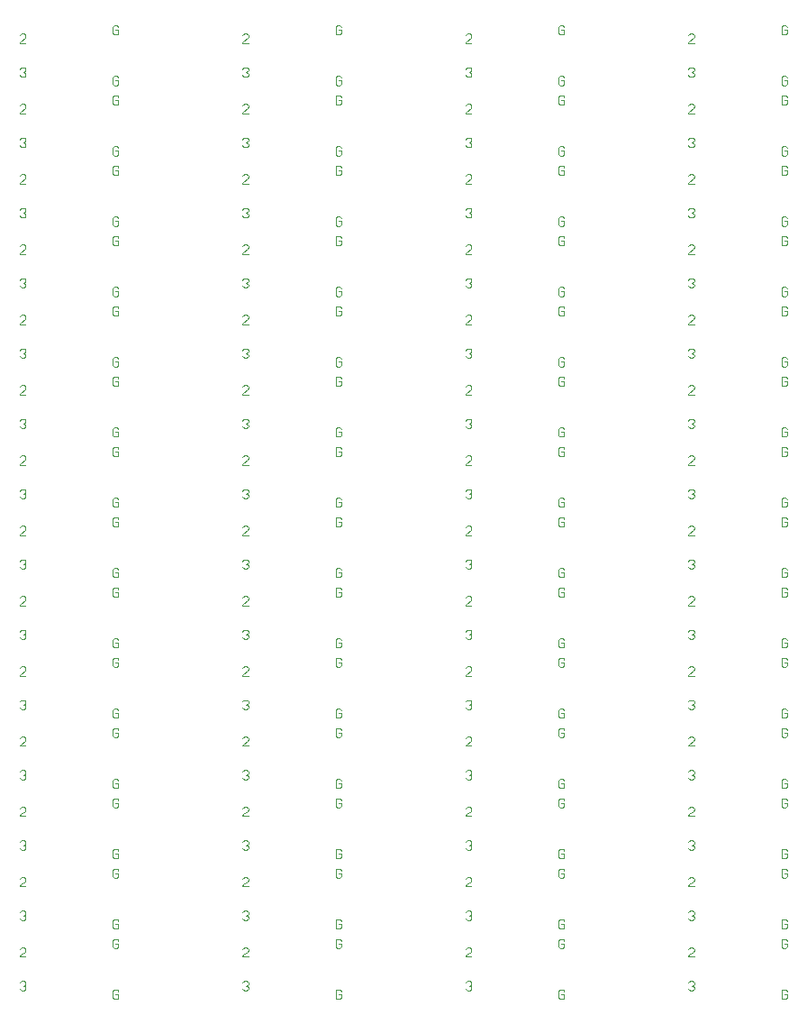
<source format=gbr>
%FSLAX34Y34*%
%MOMM*%
%LNSILK_TOP*%
G71*
G01*
%ADD10C, 0.111*%
%LPD*%
G54D10*
X61912Y948610D02*
X62579Y949721D01*
X63912Y950276D01*
X65246Y950276D01*
X66579Y949721D01*
X67246Y948610D01*
X67246Y947499D01*
X66579Y946388D01*
X65246Y945832D01*
X66579Y945276D01*
X67246Y944165D01*
X67246Y943054D01*
X66579Y941943D01*
X65246Y941388D01*
X63912Y941388D01*
X62579Y941943D01*
X61912Y943054D01*
G54D10*
X67246Y973138D02*
X61912Y973138D01*
X61912Y973693D01*
X62579Y974804D01*
X66579Y978138D01*
X67246Y979249D01*
X67246Y980360D01*
X66579Y981471D01*
X65246Y982026D01*
X63912Y982026D01*
X62579Y981471D01*
X61912Y980360D01*
G54D10*
X151892Y985519D02*
X154558Y985519D01*
X154558Y982742D01*
X153892Y981631D01*
X152558Y981075D01*
X151225Y981075D01*
X149892Y981631D01*
X149225Y982742D01*
X149225Y988297D01*
X149892Y989408D01*
X151225Y989964D01*
X152558Y989964D01*
X153892Y989408D01*
X154558Y988297D01*
G54D10*
X151892Y937894D02*
X154558Y937894D01*
X154558Y935117D01*
X153892Y934006D01*
X152558Y933450D01*
X151225Y933450D01*
X149892Y934006D01*
X149225Y935117D01*
X149225Y940672D01*
X149892Y941783D01*
X151225Y942339D01*
X152558Y942339D01*
X153892Y941783D01*
X154558Y940672D01*
G54D10*
X271462Y948610D02*
X272129Y949721D01*
X273462Y950276D01*
X274796Y950276D01*
X276129Y949721D01*
X276796Y948610D01*
X276796Y947499D01*
X276129Y946388D01*
X274796Y945832D01*
X276129Y945276D01*
X276796Y944165D01*
X276796Y943054D01*
X276129Y941943D01*
X274796Y941388D01*
X273462Y941388D01*
X272129Y941943D01*
X271462Y943054D01*
G54D10*
X276796Y973138D02*
X271462Y973138D01*
X271462Y973693D01*
X272129Y974804D01*
X276129Y978138D01*
X276796Y979249D01*
X276796Y980360D01*
X276129Y981471D01*
X274796Y982026D01*
X273462Y982026D01*
X272129Y981471D01*
X271462Y980360D01*
G54D10*
X361442Y985519D02*
X364108Y985519D01*
X364108Y982742D01*
X363442Y981631D01*
X362108Y981075D01*
X360775Y981075D01*
X359442Y981631D01*
X358775Y982742D01*
X358775Y988297D01*
X359442Y989408D01*
X360775Y989964D01*
X362108Y989964D01*
X363442Y989408D01*
X364108Y988297D01*
G54D10*
X361442Y937894D02*
X364108Y937894D01*
X364108Y935117D01*
X363442Y934006D01*
X362108Y933450D01*
X360775Y933450D01*
X359442Y934006D01*
X358775Y935117D01*
X358775Y940672D01*
X359442Y941783D01*
X360775Y942339D01*
X362108Y942339D01*
X363442Y941783D01*
X364108Y940672D01*
G54D10*
X481012Y948610D02*
X481679Y949721D01*
X483012Y950276D01*
X484346Y950276D01*
X485679Y949721D01*
X486346Y948610D01*
X486346Y947499D01*
X485679Y946388D01*
X484346Y945832D01*
X485679Y945276D01*
X486346Y944165D01*
X486346Y943054D01*
X485679Y941943D01*
X484346Y941388D01*
X483012Y941388D01*
X481679Y941943D01*
X481012Y943054D01*
G54D10*
X486346Y973138D02*
X481012Y973138D01*
X481012Y973693D01*
X481679Y974804D01*
X485679Y978138D01*
X486346Y979249D01*
X486346Y980360D01*
X485679Y981471D01*
X484346Y982026D01*
X483012Y982026D01*
X481679Y981471D01*
X481012Y980360D01*
G54D10*
X570992Y985519D02*
X573658Y985519D01*
X573658Y982742D01*
X572992Y981631D01*
X571658Y981075D01*
X570325Y981075D01*
X568992Y981631D01*
X568325Y982742D01*
X568325Y988297D01*
X568992Y989408D01*
X570325Y989964D01*
X571658Y989964D01*
X572992Y989408D01*
X573658Y988297D01*
G54D10*
X570992Y937894D02*
X573658Y937894D01*
X573658Y935117D01*
X572992Y934006D01*
X571658Y933450D01*
X570325Y933450D01*
X568992Y934006D01*
X568325Y935117D01*
X568325Y940672D01*
X568992Y941783D01*
X570325Y942339D01*
X571658Y942339D01*
X572992Y941783D01*
X573658Y940672D01*
G54D10*
X690562Y948610D02*
X691229Y949721D01*
X692562Y950276D01*
X693896Y950276D01*
X695229Y949721D01*
X695896Y948610D01*
X695896Y947499D01*
X695229Y946388D01*
X693896Y945832D01*
X695229Y945276D01*
X695896Y944165D01*
X695896Y943054D01*
X695229Y941943D01*
X693896Y941388D01*
X692562Y941388D01*
X691229Y941943D01*
X690562Y943054D01*
G54D10*
X695896Y973138D02*
X690562Y973138D01*
X690562Y973693D01*
X691229Y974804D01*
X695229Y978138D01*
X695896Y979249D01*
X695896Y980360D01*
X695229Y981471D01*
X693896Y982026D01*
X692562Y982026D01*
X691229Y981471D01*
X690562Y980360D01*
G54D10*
X780542Y985519D02*
X783208Y985519D01*
X783208Y982742D01*
X782542Y981631D01*
X781208Y981075D01*
X779875Y981075D01*
X778542Y981631D01*
X777875Y982742D01*
X777875Y988297D01*
X778542Y989408D01*
X779875Y989964D01*
X781208Y989964D01*
X782542Y989408D01*
X783208Y988297D01*
G54D10*
X780542Y937894D02*
X783208Y937894D01*
X783208Y935117D01*
X782542Y934006D01*
X781208Y933450D01*
X779875Y933450D01*
X778542Y934006D01*
X777875Y935117D01*
X777875Y940672D01*
X778542Y941783D01*
X779875Y942339D01*
X781208Y942339D01*
X782542Y941783D01*
X783208Y940672D01*
G54D10*
X61912Y882590D02*
X62579Y883701D01*
X63912Y884256D01*
X65246Y884256D01*
X66579Y883701D01*
X67246Y882590D01*
X67246Y881479D01*
X66579Y880367D01*
X65246Y879812D01*
X66579Y879256D01*
X67246Y878145D01*
X67246Y877034D01*
X66579Y875923D01*
X65246Y875367D01*
X63912Y875367D01*
X62579Y875923D01*
X61912Y877034D01*
G54D10*
X67246Y907117D02*
X61912Y907117D01*
X61912Y907673D01*
X62579Y908784D01*
X66579Y912117D01*
X67246Y913229D01*
X67246Y914340D01*
X66579Y915451D01*
X65246Y916006D01*
X63912Y916006D01*
X62579Y915451D01*
X61912Y914340D01*
G54D10*
X151892Y919499D02*
X154558Y919499D01*
X154558Y916722D01*
X153892Y915611D01*
X152558Y915055D01*
X151225Y915055D01*
X149892Y915611D01*
X149225Y916722D01*
X149225Y922277D01*
X149892Y923388D01*
X151225Y923944D01*
X152558Y923944D01*
X153892Y923388D01*
X154558Y922277D01*
G54D10*
X151892Y871874D02*
X154558Y871874D01*
X154558Y869097D01*
X153892Y867986D01*
X152558Y867430D01*
X151225Y867430D01*
X149892Y867986D01*
X149225Y869097D01*
X149225Y874652D01*
X149892Y875763D01*
X151225Y876319D01*
X152558Y876319D01*
X153892Y875763D01*
X154558Y874652D01*
G54D10*
X271462Y882590D02*
X272129Y883701D01*
X273462Y884256D01*
X274796Y884256D01*
X276129Y883701D01*
X276796Y882590D01*
X276796Y881479D01*
X276129Y880367D01*
X274796Y879812D01*
X276129Y879256D01*
X276796Y878145D01*
X276796Y877034D01*
X276129Y875923D01*
X274796Y875367D01*
X273462Y875367D01*
X272129Y875923D01*
X271462Y877034D01*
G54D10*
X276796Y907117D02*
X271462Y907117D01*
X271462Y907673D01*
X272129Y908784D01*
X276129Y912117D01*
X276796Y913229D01*
X276796Y914340D01*
X276129Y915451D01*
X274796Y916006D01*
X273462Y916006D01*
X272129Y915451D01*
X271462Y914340D01*
G54D10*
X361442Y919499D02*
X364108Y919499D01*
X364108Y916722D01*
X363442Y915611D01*
X362108Y915055D01*
X360775Y915055D01*
X359442Y915611D01*
X358775Y916722D01*
X358775Y922277D01*
X359442Y923388D01*
X360775Y923944D01*
X362108Y923944D01*
X363442Y923388D01*
X364108Y922277D01*
G54D10*
X361442Y871874D02*
X364108Y871874D01*
X364108Y869097D01*
X363442Y867986D01*
X362108Y867430D01*
X360775Y867430D01*
X359442Y867986D01*
X358775Y869097D01*
X358775Y874652D01*
X359442Y875763D01*
X360775Y876319D01*
X362108Y876319D01*
X363442Y875763D01*
X364108Y874652D01*
G54D10*
X481012Y882590D02*
X481679Y883701D01*
X483012Y884256D01*
X484346Y884256D01*
X485679Y883701D01*
X486346Y882590D01*
X486346Y881479D01*
X485679Y880367D01*
X484346Y879812D01*
X485679Y879256D01*
X486346Y878145D01*
X486346Y877034D01*
X485679Y875923D01*
X484346Y875367D01*
X483012Y875367D01*
X481679Y875923D01*
X481012Y877034D01*
G54D10*
X486346Y907117D02*
X481012Y907117D01*
X481012Y907673D01*
X481679Y908784D01*
X485679Y912117D01*
X486346Y913229D01*
X486346Y914340D01*
X485679Y915451D01*
X484346Y916006D01*
X483012Y916006D01*
X481679Y915451D01*
X481012Y914340D01*
G54D10*
X570992Y919499D02*
X573658Y919499D01*
X573658Y916722D01*
X572992Y915611D01*
X571658Y915055D01*
X570325Y915055D01*
X568992Y915611D01*
X568325Y916722D01*
X568325Y922277D01*
X568992Y923388D01*
X570325Y923944D01*
X571658Y923944D01*
X572992Y923388D01*
X573658Y922277D01*
G54D10*
X570992Y871874D02*
X573658Y871874D01*
X573658Y869097D01*
X572992Y867986D01*
X571658Y867430D01*
X570325Y867430D01*
X568992Y867986D01*
X568325Y869097D01*
X568325Y874652D01*
X568992Y875763D01*
X570325Y876319D01*
X571658Y876319D01*
X572992Y875763D01*
X573658Y874652D01*
G54D10*
X690562Y882590D02*
X691229Y883701D01*
X692562Y884256D01*
X693896Y884256D01*
X695229Y883701D01*
X695896Y882590D01*
X695896Y881479D01*
X695229Y880367D01*
X693896Y879812D01*
X695229Y879256D01*
X695896Y878145D01*
X695896Y877034D01*
X695229Y875923D01*
X693896Y875367D01*
X692562Y875367D01*
X691229Y875923D01*
X690562Y877034D01*
G54D10*
X695896Y907117D02*
X690562Y907117D01*
X690562Y907673D01*
X691229Y908784D01*
X695229Y912117D01*
X695896Y913229D01*
X695896Y914340D01*
X695229Y915451D01*
X693896Y916006D01*
X692562Y916006D01*
X691229Y915451D01*
X690562Y914340D01*
G54D10*
X780542Y919499D02*
X783208Y919499D01*
X783208Y916722D01*
X782542Y915611D01*
X781208Y915055D01*
X779875Y915055D01*
X778542Y915611D01*
X777875Y916722D01*
X777875Y922277D01*
X778542Y923388D01*
X779875Y923944D01*
X781208Y923944D01*
X782542Y923388D01*
X783208Y922277D01*
G54D10*
X780542Y871874D02*
X783208Y871874D01*
X783208Y869097D01*
X782542Y867986D01*
X781208Y867430D01*
X779875Y867430D01*
X778542Y867986D01*
X777875Y869097D01*
X777875Y874652D01*
X778542Y875763D01*
X779875Y876319D01*
X781208Y876319D01*
X782542Y875763D01*
X783208Y874652D01*
G54D10*
X61912Y816570D02*
X62579Y817681D01*
X63912Y818236D01*
X65246Y818236D01*
X66579Y817681D01*
X67246Y816570D01*
X67246Y815459D01*
X66579Y814347D01*
X65246Y813792D01*
X66579Y813236D01*
X67246Y812125D01*
X67246Y811014D01*
X66579Y809903D01*
X65246Y809347D01*
X63912Y809347D01*
X62579Y809903D01*
X61912Y811014D01*
G54D10*
X67246Y841097D02*
X61912Y841097D01*
X61912Y841653D01*
X62579Y842764D01*
X66579Y846097D01*
X67246Y847209D01*
X67246Y848320D01*
X66579Y849431D01*
X65246Y849986D01*
X63912Y849986D01*
X62579Y849431D01*
X61912Y848320D01*
G54D10*
X151892Y853479D02*
X154558Y853479D01*
X154558Y850702D01*
X153892Y849591D01*
X152558Y849035D01*
X151225Y849035D01*
X149892Y849591D01*
X149225Y850702D01*
X149225Y856257D01*
X149892Y857368D01*
X151225Y857924D01*
X152558Y857924D01*
X153892Y857368D01*
X154558Y856257D01*
G54D10*
X151892Y805854D02*
X154558Y805854D01*
X154558Y803077D01*
X153892Y801966D01*
X152558Y801410D01*
X151225Y801410D01*
X149892Y801966D01*
X149225Y803077D01*
X149225Y808632D01*
X149892Y809743D01*
X151225Y810299D01*
X152558Y810299D01*
X153892Y809743D01*
X154558Y808632D01*
G54D10*
X271462Y816570D02*
X272129Y817681D01*
X273462Y818236D01*
X274796Y818236D01*
X276129Y817681D01*
X276796Y816570D01*
X276796Y815459D01*
X276129Y814347D01*
X274796Y813792D01*
X276129Y813236D01*
X276796Y812125D01*
X276796Y811014D01*
X276129Y809903D01*
X274796Y809347D01*
X273462Y809347D01*
X272129Y809903D01*
X271462Y811014D01*
G54D10*
X276796Y841097D02*
X271462Y841097D01*
X271462Y841653D01*
X272129Y842764D01*
X276129Y846097D01*
X276796Y847209D01*
X276796Y848320D01*
X276129Y849431D01*
X274796Y849986D01*
X273462Y849986D01*
X272129Y849431D01*
X271462Y848320D01*
G54D10*
X361442Y853479D02*
X364108Y853479D01*
X364108Y850702D01*
X363442Y849591D01*
X362108Y849035D01*
X360775Y849035D01*
X359442Y849591D01*
X358775Y850702D01*
X358775Y856257D01*
X359442Y857368D01*
X360775Y857924D01*
X362108Y857924D01*
X363442Y857368D01*
X364108Y856257D01*
G54D10*
X361442Y805854D02*
X364108Y805854D01*
X364108Y803077D01*
X363442Y801966D01*
X362108Y801410D01*
X360775Y801410D01*
X359442Y801966D01*
X358775Y803077D01*
X358775Y808632D01*
X359442Y809743D01*
X360775Y810299D01*
X362108Y810299D01*
X363442Y809743D01*
X364108Y808632D01*
G54D10*
X481012Y816570D02*
X481679Y817681D01*
X483012Y818236D01*
X484346Y818236D01*
X485679Y817681D01*
X486346Y816570D01*
X486346Y815459D01*
X485679Y814347D01*
X484346Y813792D01*
X485679Y813236D01*
X486346Y812125D01*
X486346Y811014D01*
X485679Y809903D01*
X484346Y809347D01*
X483012Y809347D01*
X481679Y809903D01*
X481012Y811014D01*
G54D10*
X486346Y841097D02*
X481012Y841097D01*
X481012Y841653D01*
X481679Y842764D01*
X485679Y846097D01*
X486346Y847209D01*
X486346Y848320D01*
X485679Y849431D01*
X484346Y849986D01*
X483012Y849986D01*
X481679Y849431D01*
X481012Y848320D01*
G54D10*
X570992Y853479D02*
X573658Y853479D01*
X573658Y850702D01*
X572992Y849591D01*
X571658Y849035D01*
X570325Y849035D01*
X568992Y849591D01*
X568325Y850702D01*
X568325Y856257D01*
X568992Y857368D01*
X570325Y857924D01*
X571658Y857924D01*
X572992Y857368D01*
X573658Y856257D01*
G54D10*
X570992Y805854D02*
X573658Y805854D01*
X573658Y803077D01*
X572992Y801966D01*
X571658Y801410D01*
X570325Y801410D01*
X568992Y801966D01*
X568325Y803077D01*
X568325Y808632D01*
X568992Y809743D01*
X570325Y810299D01*
X571658Y810299D01*
X572992Y809743D01*
X573658Y808632D01*
G54D10*
X690562Y816570D02*
X691229Y817681D01*
X692562Y818236D01*
X693896Y818236D01*
X695229Y817681D01*
X695896Y816570D01*
X695896Y815459D01*
X695229Y814347D01*
X693896Y813792D01*
X695229Y813236D01*
X695896Y812125D01*
X695896Y811014D01*
X695229Y809903D01*
X693896Y809347D01*
X692562Y809347D01*
X691229Y809903D01*
X690562Y811014D01*
G54D10*
X695896Y841097D02*
X690562Y841097D01*
X690562Y841653D01*
X691229Y842764D01*
X695229Y846097D01*
X695896Y847209D01*
X695896Y848320D01*
X695229Y849431D01*
X693896Y849986D01*
X692562Y849986D01*
X691229Y849431D01*
X690562Y848320D01*
G54D10*
X780542Y853479D02*
X783208Y853479D01*
X783208Y850702D01*
X782542Y849591D01*
X781208Y849035D01*
X779875Y849035D01*
X778542Y849591D01*
X777875Y850702D01*
X777875Y856257D01*
X778542Y857368D01*
X779875Y857924D01*
X781208Y857924D01*
X782542Y857368D01*
X783208Y856257D01*
G54D10*
X780542Y805854D02*
X783208Y805854D01*
X783208Y803077D01*
X782542Y801966D01*
X781208Y801410D01*
X779875Y801410D01*
X778542Y801966D01*
X777875Y803077D01*
X777875Y808632D01*
X778542Y809743D01*
X779875Y810299D01*
X781208Y810299D01*
X782542Y809743D01*
X783208Y808632D01*
G54D10*
X61912Y750550D02*
X62579Y751661D01*
X63912Y752216D01*
X65246Y752216D01*
X66579Y751661D01*
X67246Y750550D01*
X67246Y749439D01*
X66579Y748327D01*
X65246Y747772D01*
X66579Y747216D01*
X67246Y746105D01*
X67246Y744994D01*
X66579Y743883D01*
X65246Y743327D01*
X63912Y743327D01*
X62579Y743883D01*
X61912Y744994D01*
G54D10*
X67246Y775077D02*
X61912Y775077D01*
X61912Y775633D01*
X62579Y776744D01*
X66579Y780077D01*
X67246Y781189D01*
X67246Y782300D01*
X66579Y783411D01*
X65246Y783966D01*
X63912Y783966D01*
X62579Y783411D01*
X61912Y782300D01*
G54D10*
X151892Y787459D02*
X154558Y787459D01*
X154558Y784682D01*
X153892Y783571D01*
X152558Y783015D01*
X151225Y783015D01*
X149892Y783571D01*
X149225Y784682D01*
X149225Y790237D01*
X149892Y791348D01*
X151225Y791904D01*
X152558Y791904D01*
X153892Y791348D01*
X154558Y790237D01*
G54D10*
X151892Y739834D02*
X154558Y739834D01*
X154558Y737057D01*
X153892Y735946D01*
X152558Y735390D01*
X151225Y735390D01*
X149892Y735946D01*
X149225Y737057D01*
X149225Y742612D01*
X149892Y743723D01*
X151225Y744279D01*
X152558Y744279D01*
X153892Y743723D01*
X154558Y742612D01*
G54D10*
X271462Y750550D02*
X272129Y751661D01*
X273462Y752216D01*
X274796Y752216D01*
X276129Y751661D01*
X276796Y750550D01*
X276796Y749439D01*
X276129Y748327D01*
X274796Y747772D01*
X276129Y747216D01*
X276796Y746105D01*
X276796Y744994D01*
X276129Y743883D01*
X274796Y743327D01*
X273462Y743327D01*
X272129Y743883D01*
X271462Y744994D01*
G54D10*
X276796Y775077D02*
X271462Y775077D01*
X271462Y775633D01*
X272129Y776744D01*
X276129Y780077D01*
X276796Y781189D01*
X276796Y782300D01*
X276129Y783411D01*
X274796Y783966D01*
X273462Y783966D01*
X272129Y783411D01*
X271462Y782300D01*
G54D10*
X361442Y787459D02*
X364108Y787459D01*
X364108Y784682D01*
X363442Y783571D01*
X362108Y783015D01*
X360775Y783015D01*
X359442Y783571D01*
X358775Y784682D01*
X358775Y790237D01*
X359442Y791348D01*
X360775Y791904D01*
X362108Y791904D01*
X363442Y791348D01*
X364108Y790237D01*
G54D10*
X361442Y739834D02*
X364108Y739834D01*
X364108Y737057D01*
X363442Y735946D01*
X362108Y735390D01*
X360775Y735390D01*
X359442Y735946D01*
X358775Y737057D01*
X358775Y742612D01*
X359442Y743723D01*
X360775Y744279D01*
X362108Y744279D01*
X363442Y743723D01*
X364108Y742612D01*
G54D10*
X481012Y750550D02*
X481679Y751661D01*
X483012Y752216D01*
X484346Y752216D01*
X485679Y751661D01*
X486346Y750550D01*
X486346Y749439D01*
X485679Y748327D01*
X484346Y747772D01*
X485679Y747216D01*
X486346Y746105D01*
X486346Y744994D01*
X485679Y743883D01*
X484346Y743327D01*
X483012Y743327D01*
X481679Y743883D01*
X481012Y744994D01*
G54D10*
X486346Y775077D02*
X481012Y775077D01*
X481012Y775633D01*
X481679Y776744D01*
X485679Y780077D01*
X486346Y781189D01*
X486346Y782300D01*
X485679Y783411D01*
X484346Y783966D01*
X483012Y783966D01*
X481679Y783411D01*
X481012Y782300D01*
G54D10*
X570992Y787459D02*
X573658Y787459D01*
X573658Y784682D01*
X572992Y783571D01*
X571658Y783015D01*
X570325Y783015D01*
X568992Y783571D01*
X568325Y784682D01*
X568325Y790237D01*
X568992Y791348D01*
X570325Y791904D01*
X571658Y791904D01*
X572992Y791348D01*
X573658Y790237D01*
G54D10*
X570992Y739834D02*
X573658Y739834D01*
X573658Y737057D01*
X572992Y735946D01*
X571658Y735390D01*
X570325Y735390D01*
X568992Y735946D01*
X568325Y737057D01*
X568325Y742612D01*
X568992Y743723D01*
X570325Y744279D01*
X571658Y744279D01*
X572992Y743723D01*
X573658Y742612D01*
G54D10*
X690562Y750550D02*
X691229Y751661D01*
X692562Y752216D01*
X693896Y752216D01*
X695229Y751661D01*
X695896Y750550D01*
X695896Y749439D01*
X695229Y748327D01*
X693896Y747772D01*
X695229Y747216D01*
X695896Y746105D01*
X695896Y744994D01*
X695229Y743883D01*
X693896Y743327D01*
X692562Y743327D01*
X691229Y743883D01*
X690562Y744994D01*
G54D10*
X695896Y775077D02*
X690562Y775077D01*
X690562Y775633D01*
X691229Y776744D01*
X695229Y780077D01*
X695896Y781189D01*
X695896Y782300D01*
X695229Y783411D01*
X693896Y783966D01*
X692562Y783966D01*
X691229Y783411D01*
X690562Y782300D01*
G54D10*
X780542Y787459D02*
X783208Y787459D01*
X783208Y784682D01*
X782542Y783571D01*
X781208Y783015D01*
X779875Y783015D01*
X778542Y783571D01*
X777875Y784682D01*
X777875Y790237D01*
X778542Y791348D01*
X779875Y791904D01*
X781208Y791904D01*
X782542Y791348D01*
X783208Y790237D01*
G54D10*
X780542Y739834D02*
X783208Y739834D01*
X783208Y737057D01*
X782542Y735946D01*
X781208Y735390D01*
X779875Y735390D01*
X778542Y735946D01*
X777875Y737057D01*
X777875Y742612D01*
X778542Y743723D01*
X779875Y744279D01*
X781208Y744279D01*
X782542Y743723D01*
X783208Y742612D01*
G54D10*
X61912Y684530D02*
X62579Y685641D01*
X63912Y686196D01*
X65246Y686196D01*
X66579Y685641D01*
X67246Y684530D01*
X67246Y683419D01*
X66579Y682308D01*
X65246Y681752D01*
X66579Y681196D01*
X67246Y680085D01*
X67246Y678974D01*
X66579Y677863D01*
X65246Y677308D01*
X63912Y677308D01*
X62579Y677863D01*
X61912Y678974D01*
G54D10*
X67246Y709058D02*
X61912Y709058D01*
X61912Y709613D01*
X62579Y710724D01*
X66579Y714058D01*
X67246Y715169D01*
X67246Y716280D01*
X66579Y717391D01*
X65246Y717946D01*
X63912Y717946D01*
X62579Y717391D01*
X61912Y716280D01*
G54D10*
X151892Y721439D02*
X154558Y721439D01*
X154558Y718662D01*
X153892Y717551D01*
X152558Y716995D01*
X151225Y716995D01*
X149892Y717551D01*
X149225Y718662D01*
X149225Y724217D01*
X149892Y725328D01*
X151225Y725884D01*
X152558Y725884D01*
X153892Y725328D01*
X154558Y724217D01*
G54D10*
X151892Y673814D02*
X154558Y673814D01*
X154558Y671037D01*
X153892Y669926D01*
X152558Y669370D01*
X151225Y669370D01*
X149892Y669926D01*
X149225Y671037D01*
X149225Y676592D01*
X149892Y677703D01*
X151225Y678259D01*
X152558Y678259D01*
X153892Y677703D01*
X154558Y676592D01*
G54D10*
X271462Y684530D02*
X272129Y685641D01*
X273462Y686196D01*
X274796Y686196D01*
X276129Y685641D01*
X276796Y684530D01*
X276796Y683419D01*
X276129Y682308D01*
X274796Y681752D01*
X276129Y681196D01*
X276796Y680085D01*
X276796Y678974D01*
X276129Y677863D01*
X274796Y677308D01*
X273462Y677308D01*
X272129Y677863D01*
X271462Y678974D01*
G54D10*
X276796Y709058D02*
X271462Y709058D01*
X271462Y709613D01*
X272129Y710724D01*
X276129Y714058D01*
X276796Y715169D01*
X276796Y716280D01*
X276129Y717391D01*
X274796Y717946D01*
X273462Y717946D01*
X272129Y717391D01*
X271462Y716280D01*
G54D10*
X361442Y721439D02*
X364108Y721439D01*
X364108Y718662D01*
X363442Y717551D01*
X362108Y716995D01*
X360775Y716995D01*
X359442Y717551D01*
X358775Y718662D01*
X358775Y724217D01*
X359442Y725328D01*
X360775Y725884D01*
X362108Y725884D01*
X363442Y725328D01*
X364108Y724217D01*
G54D10*
X361442Y673814D02*
X364108Y673814D01*
X364108Y671037D01*
X363442Y669926D01*
X362108Y669370D01*
X360775Y669370D01*
X359442Y669926D01*
X358775Y671037D01*
X358775Y676592D01*
X359442Y677703D01*
X360775Y678259D01*
X362108Y678259D01*
X363442Y677703D01*
X364108Y676592D01*
G54D10*
X481012Y684530D02*
X481679Y685641D01*
X483012Y686196D01*
X484346Y686196D01*
X485679Y685641D01*
X486346Y684530D01*
X486346Y683419D01*
X485679Y682308D01*
X484346Y681752D01*
X485679Y681196D01*
X486346Y680085D01*
X486346Y678974D01*
X485679Y677863D01*
X484346Y677308D01*
X483012Y677308D01*
X481679Y677863D01*
X481012Y678974D01*
G54D10*
X486346Y709058D02*
X481012Y709058D01*
X481012Y709613D01*
X481679Y710724D01*
X485679Y714058D01*
X486346Y715169D01*
X486346Y716280D01*
X485679Y717391D01*
X484346Y717946D01*
X483012Y717946D01*
X481679Y717391D01*
X481012Y716280D01*
G54D10*
X570992Y721439D02*
X573658Y721439D01*
X573658Y718662D01*
X572992Y717551D01*
X571658Y716995D01*
X570325Y716995D01*
X568992Y717551D01*
X568325Y718662D01*
X568325Y724217D01*
X568992Y725328D01*
X570325Y725884D01*
X571658Y725884D01*
X572992Y725328D01*
X573658Y724217D01*
G54D10*
X570992Y673814D02*
X573658Y673814D01*
X573658Y671037D01*
X572992Y669926D01*
X571658Y669370D01*
X570325Y669370D01*
X568992Y669926D01*
X568325Y671037D01*
X568325Y676592D01*
X568992Y677703D01*
X570325Y678259D01*
X571658Y678259D01*
X572992Y677703D01*
X573658Y676592D01*
G54D10*
X690562Y684530D02*
X691229Y685641D01*
X692562Y686196D01*
X693896Y686196D01*
X695229Y685641D01*
X695896Y684530D01*
X695896Y683419D01*
X695229Y682308D01*
X693896Y681752D01*
X695229Y681196D01*
X695896Y680085D01*
X695896Y678974D01*
X695229Y677863D01*
X693896Y677308D01*
X692562Y677308D01*
X691229Y677863D01*
X690562Y678974D01*
G54D10*
X695896Y709058D02*
X690562Y709058D01*
X690562Y709613D01*
X691229Y710724D01*
X695229Y714058D01*
X695896Y715169D01*
X695896Y716280D01*
X695229Y717391D01*
X693896Y717946D01*
X692562Y717946D01*
X691229Y717391D01*
X690562Y716280D01*
G54D10*
X780542Y721439D02*
X783208Y721439D01*
X783208Y718662D01*
X782542Y717551D01*
X781208Y716995D01*
X779875Y716995D01*
X778542Y717551D01*
X777875Y718662D01*
X777875Y724217D01*
X778542Y725328D01*
X779875Y725884D01*
X781208Y725884D01*
X782542Y725328D01*
X783208Y724217D01*
G54D10*
X780542Y673814D02*
X783208Y673814D01*
X783208Y671037D01*
X782542Y669926D01*
X781208Y669370D01*
X779875Y669370D01*
X778542Y669926D01*
X777875Y671037D01*
X777875Y676592D01*
X778542Y677703D01*
X779875Y678259D01*
X781208Y678259D01*
X782542Y677703D01*
X783208Y676592D01*
G54D10*
X61912Y618510D02*
X62579Y619621D01*
X63912Y620176D01*
X65246Y620176D01*
X66579Y619621D01*
X67246Y618510D01*
X67246Y617399D01*
X66579Y616288D01*
X65246Y615732D01*
X66579Y615176D01*
X67246Y614065D01*
X67246Y612954D01*
X66579Y611843D01*
X65246Y611288D01*
X63912Y611288D01*
X62579Y611843D01*
X61912Y612954D01*
G54D10*
X67246Y643038D02*
X61912Y643038D01*
X61912Y643593D01*
X62579Y644704D01*
X66579Y648038D01*
X67246Y649149D01*
X67246Y650260D01*
X66579Y651371D01*
X65246Y651926D01*
X63912Y651926D01*
X62579Y651371D01*
X61912Y650260D01*
G54D10*
X151892Y655419D02*
X154558Y655419D01*
X154558Y652642D01*
X153892Y651531D01*
X152558Y650975D01*
X151225Y650975D01*
X149892Y651531D01*
X149225Y652642D01*
X149225Y658197D01*
X149892Y659308D01*
X151225Y659864D01*
X152558Y659864D01*
X153892Y659308D01*
X154558Y658197D01*
G54D10*
X151892Y607794D02*
X154558Y607794D01*
X154558Y605017D01*
X153892Y603906D01*
X152558Y603350D01*
X151225Y603350D01*
X149892Y603906D01*
X149225Y605017D01*
X149225Y610572D01*
X149892Y611683D01*
X151225Y612239D01*
X152558Y612239D01*
X153892Y611683D01*
X154558Y610572D01*
G54D10*
X271462Y618510D02*
X272129Y619621D01*
X273462Y620176D01*
X274796Y620176D01*
X276129Y619621D01*
X276796Y618510D01*
X276796Y617399D01*
X276129Y616288D01*
X274796Y615732D01*
X276129Y615176D01*
X276796Y614065D01*
X276796Y612954D01*
X276129Y611843D01*
X274796Y611288D01*
X273462Y611288D01*
X272129Y611843D01*
X271462Y612954D01*
G54D10*
X276796Y643038D02*
X271462Y643038D01*
X271462Y643593D01*
X272129Y644704D01*
X276129Y648038D01*
X276796Y649149D01*
X276796Y650260D01*
X276129Y651371D01*
X274796Y651926D01*
X273462Y651926D01*
X272129Y651371D01*
X271462Y650260D01*
G54D10*
X361442Y655419D02*
X364108Y655419D01*
X364108Y652642D01*
X363442Y651531D01*
X362108Y650975D01*
X360775Y650975D01*
X359442Y651531D01*
X358775Y652642D01*
X358775Y658197D01*
X359442Y659308D01*
X360775Y659864D01*
X362108Y659864D01*
X363442Y659308D01*
X364108Y658197D01*
G54D10*
X361442Y607794D02*
X364108Y607794D01*
X364108Y605017D01*
X363442Y603906D01*
X362108Y603350D01*
X360775Y603350D01*
X359442Y603906D01*
X358775Y605017D01*
X358775Y610572D01*
X359442Y611683D01*
X360775Y612239D01*
X362108Y612239D01*
X363442Y611683D01*
X364108Y610572D01*
G54D10*
X481012Y618510D02*
X481679Y619621D01*
X483012Y620176D01*
X484346Y620176D01*
X485679Y619621D01*
X486346Y618510D01*
X486346Y617399D01*
X485679Y616288D01*
X484346Y615732D01*
X485679Y615176D01*
X486346Y614065D01*
X486346Y612954D01*
X485679Y611843D01*
X484346Y611288D01*
X483012Y611288D01*
X481679Y611843D01*
X481012Y612954D01*
G54D10*
X486346Y643038D02*
X481012Y643038D01*
X481012Y643593D01*
X481679Y644704D01*
X485679Y648038D01*
X486346Y649149D01*
X486346Y650260D01*
X485679Y651371D01*
X484346Y651926D01*
X483012Y651926D01*
X481679Y651371D01*
X481012Y650260D01*
G54D10*
X570992Y655419D02*
X573658Y655419D01*
X573658Y652642D01*
X572992Y651531D01*
X571658Y650975D01*
X570325Y650975D01*
X568992Y651531D01*
X568325Y652642D01*
X568325Y658197D01*
X568992Y659308D01*
X570325Y659864D01*
X571658Y659864D01*
X572992Y659308D01*
X573658Y658197D01*
G54D10*
X570992Y607794D02*
X573658Y607794D01*
X573658Y605017D01*
X572992Y603906D01*
X571658Y603350D01*
X570325Y603350D01*
X568992Y603906D01*
X568325Y605017D01*
X568325Y610572D01*
X568992Y611683D01*
X570325Y612239D01*
X571658Y612239D01*
X572992Y611683D01*
X573658Y610572D01*
G54D10*
X690562Y618510D02*
X691229Y619621D01*
X692562Y620176D01*
X693896Y620176D01*
X695229Y619621D01*
X695896Y618510D01*
X695896Y617399D01*
X695229Y616288D01*
X693896Y615732D01*
X695229Y615176D01*
X695896Y614065D01*
X695896Y612954D01*
X695229Y611843D01*
X693896Y611288D01*
X692562Y611288D01*
X691229Y611843D01*
X690562Y612954D01*
G54D10*
X695896Y643038D02*
X690562Y643038D01*
X690562Y643593D01*
X691229Y644704D01*
X695229Y648038D01*
X695896Y649149D01*
X695896Y650260D01*
X695229Y651371D01*
X693896Y651926D01*
X692562Y651926D01*
X691229Y651371D01*
X690562Y650260D01*
G54D10*
X780542Y655419D02*
X783208Y655419D01*
X783208Y652642D01*
X782542Y651531D01*
X781208Y650975D01*
X779875Y650975D01*
X778542Y651531D01*
X777875Y652642D01*
X777875Y658197D01*
X778542Y659308D01*
X779875Y659864D01*
X781208Y659864D01*
X782542Y659308D01*
X783208Y658197D01*
G54D10*
X780542Y607794D02*
X783208Y607794D01*
X783208Y605017D01*
X782542Y603906D01*
X781208Y603350D01*
X779875Y603350D01*
X778542Y603906D01*
X777875Y605017D01*
X777875Y610572D01*
X778542Y611683D01*
X779875Y612239D01*
X781208Y612239D01*
X782542Y611683D01*
X783208Y610572D01*
G54D10*
X61912Y552490D02*
X62579Y553601D01*
X63912Y554156D01*
X65246Y554156D01*
X66579Y553601D01*
X67246Y552490D01*
X67246Y551379D01*
X66579Y550268D01*
X65246Y549712D01*
X66579Y549156D01*
X67246Y548045D01*
X67246Y546934D01*
X66579Y545823D01*
X65246Y545268D01*
X63912Y545268D01*
X62579Y545823D01*
X61912Y546934D01*
G54D10*
X67246Y577018D02*
X61912Y577018D01*
X61912Y577573D01*
X62579Y578684D01*
X66579Y582018D01*
X67246Y583129D01*
X67246Y584240D01*
X66579Y585351D01*
X65246Y585906D01*
X63912Y585906D01*
X62579Y585351D01*
X61912Y584240D01*
G54D10*
X151892Y589399D02*
X154558Y589399D01*
X154558Y586622D01*
X153892Y585511D01*
X152558Y584955D01*
X151225Y584955D01*
X149892Y585511D01*
X149225Y586622D01*
X149225Y592177D01*
X149892Y593288D01*
X151225Y593844D01*
X152558Y593844D01*
X153892Y593288D01*
X154558Y592177D01*
G54D10*
X151892Y541774D02*
X154558Y541774D01*
X154558Y538997D01*
X153892Y537886D01*
X152558Y537330D01*
X151225Y537330D01*
X149892Y537886D01*
X149225Y538997D01*
X149225Y544552D01*
X149892Y545663D01*
X151225Y546219D01*
X152558Y546219D01*
X153892Y545663D01*
X154558Y544552D01*
G54D10*
X271462Y552490D02*
X272129Y553601D01*
X273462Y554156D01*
X274796Y554156D01*
X276129Y553601D01*
X276796Y552490D01*
X276796Y551379D01*
X276129Y550268D01*
X274796Y549712D01*
X276129Y549156D01*
X276796Y548045D01*
X276796Y546934D01*
X276129Y545823D01*
X274796Y545268D01*
X273462Y545268D01*
X272129Y545823D01*
X271462Y546934D01*
G54D10*
X276796Y577018D02*
X271462Y577018D01*
X271462Y577573D01*
X272129Y578684D01*
X276129Y582018D01*
X276796Y583129D01*
X276796Y584240D01*
X276129Y585351D01*
X274796Y585906D01*
X273462Y585906D01*
X272129Y585351D01*
X271462Y584240D01*
G54D10*
X361442Y589399D02*
X364108Y589399D01*
X364108Y586622D01*
X363442Y585511D01*
X362108Y584955D01*
X360775Y584955D01*
X359442Y585511D01*
X358775Y586622D01*
X358775Y592177D01*
X359442Y593288D01*
X360775Y593844D01*
X362108Y593844D01*
X363442Y593288D01*
X364108Y592177D01*
G54D10*
X361442Y541774D02*
X364108Y541774D01*
X364108Y538997D01*
X363442Y537886D01*
X362108Y537330D01*
X360775Y537330D01*
X359442Y537886D01*
X358775Y538997D01*
X358775Y544552D01*
X359442Y545663D01*
X360775Y546219D01*
X362108Y546219D01*
X363442Y545663D01*
X364108Y544552D01*
G54D10*
X481012Y552490D02*
X481679Y553601D01*
X483012Y554156D01*
X484346Y554156D01*
X485679Y553601D01*
X486346Y552490D01*
X486346Y551379D01*
X485679Y550268D01*
X484346Y549712D01*
X485679Y549156D01*
X486346Y548045D01*
X486346Y546934D01*
X485679Y545823D01*
X484346Y545268D01*
X483012Y545268D01*
X481679Y545823D01*
X481012Y546934D01*
G54D10*
X486346Y577018D02*
X481012Y577018D01*
X481012Y577573D01*
X481679Y578684D01*
X485679Y582018D01*
X486346Y583129D01*
X486346Y584240D01*
X485679Y585351D01*
X484346Y585906D01*
X483012Y585906D01*
X481679Y585351D01*
X481012Y584240D01*
G54D10*
X570992Y589399D02*
X573658Y589399D01*
X573658Y586622D01*
X572992Y585511D01*
X571658Y584955D01*
X570325Y584955D01*
X568992Y585511D01*
X568325Y586622D01*
X568325Y592177D01*
X568992Y593288D01*
X570325Y593844D01*
X571658Y593844D01*
X572992Y593288D01*
X573658Y592177D01*
G54D10*
X570992Y541774D02*
X573658Y541774D01*
X573658Y538997D01*
X572992Y537886D01*
X571658Y537330D01*
X570325Y537330D01*
X568992Y537886D01*
X568325Y538997D01*
X568325Y544552D01*
X568992Y545663D01*
X570325Y546219D01*
X571658Y546219D01*
X572992Y545663D01*
X573658Y544552D01*
G54D10*
X690562Y552490D02*
X691229Y553601D01*
X692562Y554156D01*
X693896Y554156D01*
X695229Y553601D01*
X695896Y552490D01*
X695896Y551379D01*
X695229Y550268D01*
X693896Y549712D01*
X695229Y549156D01*
X695896Y548045D01*
X695896Y546934D01*
X695229Y545823D01*
X693896Y545268D01*
X692562Y545268D01*
X691229Y545823D01*
X690562Y546934D01*
G54D10*
X695896Y577018D02*
X690562Y577018D01*
X690562Y577573D01*
X691229Y578684D01*
X695229Y582018D01*
X695896Y583129D01*
X695896Y584240D01*
X695229Y585351D01*
X693896Y585906D01*
X692562Y585906D01*
X691229Y585351D01*
X690562Y584240D01*
G54D10*
X780542Y589399D02*
X783208Y589399D01*
X783208Y586622D01*
X782542Y585511D01*
X781208Y584955D01*
X779875Y584955D01*
X778542Y585511D01*
X777875Y586622D01*
X777875Y592177D01*
X778542Y593288D01*
X779875Y593844D01*
X781208Y593844D01*
X782542Y593288D01*
X783208Y592177D01*
G54D10*
X780542Y541774D02*
X783208Y541774D01*
X783208Y538997D01*
X782542Y537886D01*
X781208Y537330D01*
X779875Y537330D01*
X778542Y537886D01*
X777875Y538997D01*
X777875Y544552D01*
X778542Y545663D01*
X779875Y546219D01*
X781208Y546219D01*
X782542Y545663D01*
X783208Y544552D01*
G54D10*
X61912Y486470D02*
X62579Y487581D01*
X63912Y488136D01*
X65246Y488136D01*
X66579Y487581D01*
X67246Y486470D01*
X67246Y485359D01*
X66579Y484248D01*
X65246Y483692D01*
X66579Y483136D01*
X67246Y482025D01*
X67246Y480914D01*
X66579Y479803D01*
X65246Y479248D01*
X63912Y479248D01*
X62579Y479803D01*
X61912Y480914D01*
G54D10*
X67246Y510998D02*
X61912Y510998D01*
X61912Y511553D01*
X62579Y512664D01*
X66579Y515998D01*
X67246Y517109D01*
X67246Y518220D01*
X66579Y519331D01*
X65246Y519886D01*
X63912Y519886D01*
X62579Y519331D01*
X61912Y518220D01*
G54D10*
X151892Y523379D02*
X154558Y523379D01*
X154558Y520602D01*
X153892Y519491D01*
X152558Y518935D01*
X151225Y518935D01*
X149892Y519491D01*
X149225Y520602D01*
X149225Y526157D01*
X149892Y527268D01*
X151225Y527824D01*
X152558Y527824D01*
X153892Y527268D01*
X154558Y526157D01*
G54D10*
X151892Y475754D02*
X154558Y475754D01*
X154558Y472977D01*
X153892Y471866D01*
X152558Y471310D01*
X151225Y471310D01*
X149892Y471866D01*
X149225Y472977D01*
X149225Y478532D01*
X149892Y479643D01*
X151225Y480199D01*
X152558Y480199D01*
X153892Y479643D01*
X154558Y478532D01*
G54D10*
X271462Y486470D02*
X272129Y487581D01*
X273462Y488136D01*
X274796Y488136D01*
X276129Y487581D01*
X276796Y486470D01*
X276796Y485359D01*
X276129Y484248D01*
X274796Y483692D01*
X276129Y483136D01*
X276796Y482025D01*
X276796Y480914D01*
X276129Y479803D01*
X274796Y479248D01*
X273462Y479248D01*
X272129Y479803D01*
X271462Y480914D01*
G54D10*
X276796Y510998D02*
X271462Y510998D01*
X271462Y511553D01*
X272129Y512664D01*
X276129Y515998D01*
X276796Y517109D01*
X276796Y518220D01*
X276129Y519331D01*
X274796Y519886D01*
X273462Y519886D01*
X272129Y519331D01*
X271462Y518220D01*
G54D10*
X361442Y523379D02*
X364108Y523379D01*
X364108Y520602D01*
X363442Y519491D01*
X362108Y518935D01*
X360775Y518935D01*
X359442Y519491D01*
X358775Y520602D01*
X358775Y526157D01*
X359442Y527268D01*
X360775Y527824D01*
X362108Y527824D01*
X363442Y527268D01*
X364108Y526157D01*
G54D10*
X361442Y475754D02*
X364108Y475754D01*
X364108Y472977D01*
X363442Y471866D01*
X362108Y471310D01*
X360775Y471310D01*
X359442Y471866D01*
X358775Y472977D01*
X358775Y478532D01*
X359442Y479643D01*
X360775Y480199D01*
X362108Y480199D01*
X363442Y479643D01*
X364108Y478532D01*
G54D10*
X481012Y486470D02*
X481679Y487581D01*
X483012Y488136D01*
X484346Y488136D01*
X485679Y487581D01*
X486346Y486470D01*
X486346Y485359D01*
X485679Y484248D01*
X484346Y483692D01*
X485679Y483136D01*
X486346Y482025D01*
X486346Y480914D01*
X485679Y479803D01*
X484346Y479248D01*
X483012Y479248D01*
X481679Y479803D01*
X481012Y480914D01*
G54D10*
X486346Y510998D02*
X481012Y510998D01*
X481012Y511553D01*
X481679Y512664D01*
X485679Y515998D01*
X486346Y517109D01*
X486346Y518220D01*
X485679Y519331D01*
X484346Y519886D01*
X483012Y519886D01*
X481679Y519331D01*
X481012Y518220D01*
G54D10*
X570992Y523379D02*
X573658Y523379D01*
X573658Y520602D01*
X572992Y519491D01*
X571658Y518935D01*
X570325Y518935D01*
X568992Y519491D01*
X568325Y520602D01*
X568325Y526157D01*
X568992Y527268D01*
X570325Y527824D01*
X571658Y527824D01*
X572992Y527268D01*
X573658Y526157D01*
G54D10*
X570992Y475754D02*
X573658Y475754D01*
X573658Y472977D01*
X572992Y471866D01*
X571658Y471310D01*
X570325Y471310D01*
X568992Y471866D01*
X568325Y472977D01*
X568325Y478532D01*
X568992Y479643D01*
X570325Y480199D01*
X571658Y480199D01*
X572992Y479643D01*
X573658Y478532D01*
G54D10*
X690562Y486470D02*
X691229Y487581D01*
X692562Y488136D01*
X693896Y488136D01*
X695229Y487581D01*
X695896Y486470D01*
X695896Y485359D01*
X695229Y484248D01*
X693896Y483692D01*
X695229Y483136D01*
X695896Y482025D01*
X695896Y480914D01*
X695229Y479803D01*
X693896Y479248D01*
X692562Y479248D01*
X691229Y479803D01*
X690562Y480914D01*
G54D10*
X695896Y510998D02*
X690562Y510998D01*
X690562Y511553D01*
X691229Y512664D01*
X695229Y515998D01*
X695896Y517109D01*
X695896Y518220D01*
X695229Y519331D01*
X693896Y519886D01*
X692562Y519886D01*
X691229Y519331D01*
X690562Y518220D01*
G54D10*
X780542Y523379D02*
X783208Y523379D01*
X783208Y520602D01*
X782542Y519491D01*
X781208Y518935D01*
X779875Y518935D01*
X778542Y519491D01*
X777875Y520602D01*
X777875Y526157D01*
X778542Y527268D01*
X779875Y527824D01*
X781208Y527824D01*
X782542Y527268D01*
X783208Y526157D01*
G54D10*
X780542Y475754D02*
X783208Y475754D01*
X783208Y472977D01*
X782542Y471866D01*
X781208Y471310D01*
X779875Y471310D01*
X778542Y471866D01*
X777875Y472977D01*
X777875Y478532D01*
X778542Y479643D01*
X779875Y480199D01*
X781208Y480199D01*
X782542Y479643D01*
X783208Y478532D01*
G54D10*
X61912Y420450D02*
X62579Y421561D01*
X63912Y422116D01*
X65246Y422116D01*
X66579Y421561D01*
X67246Y420450D01*
X67246Y419339D01*
X66579Y418228D01*
X65246Y417672D01*
X66579Y417116D01*
X67246Y416005D01*
X67246Y414894D01*
X66579Y413783D01*
X65246Y413228D01*
X63912Y413228D01*
X62579Y413783D01*
X61912Y414894D01*
G54D10*
X67246Y444978D02*
X61912Y444978D01*
X61912Y445533D01*
X62579Y446644D01*
X66579Y449978D01*
X67246Y451089D01*
X67246Y452200D01*
X66579Y453311D01*
X65246Y453866D01*
X63912Y453866D01*
X62579Y453311D01*
X61912Y452200D01*
G54D10*
X151892Y457359D02*
X154558Y457359D01*
X154558Y454582D01*
X153892Y453471D01*
X152558Y452915D01*
X151225Y452915D01*
X149892Y453471D01*
X149225Y454582D01*
X149225Y460137D01*
X149892Y461248D01*
X151225Y461804D01*
X152558Y461804D01*
X153892Y461248D01*
X154558Y460137D01*
G54D10*
X151892Y409734D02*
X154558Y409734D01*
X154558Y406957D01*
X153892Y405846D01*
X152558Y405290D01*
X151225Y405290D01*
X149892Y405846D01*
X149225Y406957D01*
X149225Y412512D01*
X149892Y413623D01*
X151225Y414179D01*
X152558Y414179D01*
X153892Y413623D01*
X154558Y412512D01*
G54D10*
X271462Y420450D02*
X272129Y421561D01*
X273462Y422116D01*
X274796Y422116D01*
X276129Y421561D01*
X276796Y420450D01*
X276796Y419339D01*
X276129Y418228D01*
X274796Y417672D01*
X276129Y417116D01*
X276796Y416005D01*
X276796Y414894D01*
X276129Y413783D01*
X274796Y413228D01*
X273462Y413228D01*
X272129Y413783D01*
X271462Y414894D01*
G54D10*
X276796Y444978D02*
X271462Y444978D01*
X271462Y445533D01*
X272129Y446644D01*
X276129Y449978D01*
X276796Y451089D01*
X276796Y452200D01*
X276129Y453311D01*
X274796Y453866D01*
X273462Y453866D01*
X272129Y453311D01*
X271462Y452200D01*
G54D10*
X361442Y457359D02*
X364108Y457359D01*
X364108Y454582D01*
X363442Y453471D01*
X362108Y452915D01*
X360775Y452915D01*
X359442Y453471D01*
X358775Y454582D01*
X358775Y460137D01*
X359442Y461248D01*
X360775Y461804D01*
X362108Y461804D01*
X363442Y461248D01*
X364108Y460137D01*
G54D10*
X361442Y409734D02*
X364108Y409734D01*
X364108Y406957D01*
X363442Y405846D01*
X362108Y405290D01*
X360775Y405290D01*
X359442Y405846D01*
X358775Y406957D01*
X358775Y412512D01*
X359442Y413623D01*
X360775Y414179D01*
X362108Y414179D01*
X363442Y413623D01*
X364108Y412512D01*
G54D10*
X481012Y420450D02*
X481679Y421561D01*
X483012Y422116D01*
X484346Y422116D01*
X485679Y421561D01*
X486346Y420450D01*
X486346Y419339D01*
X485679Y418228D01*
X484346Y417672D01*
X485679Y417116D01*
X486346Y416005D01*
X486346Y414894D01*
X485679Y413783D01*
X484346Y413228D01*
X483012Y413228D01*
X481679Y413783D01*
X481012Y414894D01*
G54D10*
X486346Y444978D02*
X481012Y444978D01*
X481012Y445533D01*
X481679Y446644D01*
X485679Y449978D01*
X486346Y451089D01*
X486346Y452200D01*
X485679Y453311D01*
X484346Y453866D01*
X483012Y453866D01*
X481679Y453311D01*
X481012Y452200D01*
G54D10*
X570992Y457359D02*
X573658Y457359D01*
X573658Y454582D01*
X572992Y453471D01*
X571658Y452915D01*
X570325Y452915D01*
X568992Y453471D01*
X568325Y454582D01*
X568325Y460137D01*
X568992Y461248D01*
X570325Y461804D01*
X571658Y461804D01*
X572992Y461248D01*
X573658Y460137D01*
G54D10*
X570992Y409734D02*
X573658Y409734D01*
X573658Y406957D01*
X572992Y405846D01*
X571658Y405290D01*
X570325Y405290D01*
X568992Y405846D01*
X568325Y406957D01*
X568325Y412512D01*
X568992Y413623D01*
X570325Y414179D01*
X571658Y414179D01*
X572992Y413623D01*
X573658Y412512D01*
G54D10*
X690562Y420450D02*
X691229Y421561D01*
X692562Y422116D01*
X693896Y422116D01*
X695229Y421561D01*
X695896Y420450D01*
X695896Y419339D01*
X695229Y418228D01*
X693896Y417672D01*
X695229Y417116D01*
X695896Y416005D01*
X695896Y414894D01*
X695229Y413783D01*
X693896Y413228D01*
X692562Y413228D01*
X691229Y413783D01*
X690562Y414894D01*
G54D10*
X695896Y444978D02*
X690562Y444978D01*
X690562Y445533D01*
X691229Y446644D01*
X695229Y449978D01*
X695896Y451089D01*
X695896Y452200D01*
X695229Y453311D01*
X693896Y453866D01*
X692562Y453866D01*
X691229Y453311D01*
X690562Y452200D01*
G54D10*
X780542Y457359D02*
X783208Y457359D01*
X783208Y454582D01*
X782542Y453471D01*
X781208Y452915D01*
X779875Y452915D01*
X778542Y453471D01*
X777875Y454582D01*
X777875Y460137D01*
X778542Y461248D01*
X779875Y461804D01*
X781208Y461804D01*
X782542Y461248D01*
X783208Y460137D01*
G54D10*
X780542Y409734D02*
X783208Y409734D01*
X783208Y406957D01*
X782542Y405846D01*
X781208Y405290D01*
X779875Y405290D01*
X778542Y405846D01*
X777875Y406957D01*
X777875Y412512D01*
X778542Y413623D01*
X779875Y414179D01*
X781208Y414179D01*
X782542Y413623D01*
X783208Y412512D01*
G54D10*
X61912Y354430D02*
X62579Y355541D01*
X63912Y356096D01*
X65246Y356096D01*
X66579Y355541D01*
X67246Y354430D01*
X67246Y353319D01*
X66579Y352208D01*
X65246Y351652D01*
X66579Y351096D01*
X67246Y349985D01*
X67246Y348874D01*
X66579Y347763D01*
X65246Y347208D01*
X63912Y347208D01*
X62579Y347763D01*
X61912Y348874D01*
G54D10*
X67246Y378958D02*
X61912Y378958D01*
X61912Y379513D01*
X62579Y380624D01*
X66579Y383958D01*
X67246Y385069D01*
X67246Y386180D01*
X66579Y387291D01*
X65246Y387846D01*
X63912Y387846D01*
X62579Y387291D01*
X61912Y386180D01*
G54D10*
X151892Y391339D02*
X154558Y391339D01*
X154558Y388562D01*
X153892Y387451D01*
X152558Y386895D01*
X151225Y386895D01*
X149892Y387451D01*
X149225Y388562D01*
X149225Y394117D01*
X149892Y395228D01*
X151225Y395784D01*
X152558Y395784D01*
X153892Y395228D01*
X154558Y394117D01*
G54D10*
X151892Y343714D02*
X154558Y343714D01*
X154558Y340937D01*
X153892Y339826D01*
X152558Y339270D01*
X151225Y339270D01*
X149892Y339826D01*
X149225Y340937D01*
X149225Y346492D01*
X149892Y347603D01*
X151225Y348159D01*
X152558Y348159D01*
X153892Y347603D01*
X154558Y346492D01*
G54D10*
X271462Y354430D02*
X272129Y355541D01*
X273462Y356096D01*
X274796Y356096D01*
X276129Y355541D01*
X276796Y354430D01*
X276796Y353319D01*
X276129Y352208D01*
X274796Y351652D01*
X276129Y351096D01*
X276796Y349985D01*
X276796Y348874D01*
X276129Y347763D01*
X274796Y347208D01*
X273462Y347208D01*
X272129Y347763D01*
X271462Y348874D01*
G54D10*
X276796Y378958D02*
X271462Y378958D01*
X271462Y379513D01*
X272129Y380624D01*
X276129Y383958D01*
X276796Y385069D01*
X276796Y386180D01*
X276129Y387291D01*
X274796Y387846D01*
X273462Y387846D01*
X272129Y387291D01*
X271462Y386180D01*
G54D10*
X361442Y391339D02*
X364108Y391339D01*
X364108Y388562D01*
X363442Y387451D01*
X362108Y386895D01*
X360775Y386895D01*
X359442Y387451D01*
X358775Y388562D01*
X358775Y394117D01*
X359442Y395228D01*
X360775Y395784D01*
X362108Y395784D01*
X363442Y395228D01*
X364108Y394117D01*
G54D10*
X361442Y343714D02*
X364108Y343714D01*
X364108Y340937D01*
X363442Y339826D01*
X362108Y339270D01*
X360775Y339270D01*
X359442Y339826D01*
X358775Y340937D01*
X358775Y346492D01*
X359442Y347603D01*
X360775Y348159D01*
X362108Y348159D01*
X363442Y347603D01*
X364108Y346492D01*
G54D10*
X481012Y354430D02*
X481679Y355541D01*
X483012Y356096D01*
X484346Y356096D01*
X485679Y355541D01*
X486346Y354430D01*
X486346Y353319D01*
X485679Y352208D01*
X484346Y351652D01*
X485679Y351096D01*
X486346Y349985D01*
X486346Y348874D01*
X485679Y347763D01*
X484346Y347208D01*
X483012Y347208D01*
X481679Y347763D01*
X481012Y348874D01*
G54D10*
X486346Y378958D02*
X481012Y378958D01*
X481012Y379513D01*
X481679Y380624D01*
X485679Y383958D01*
X486346Y385069D01*
X486346Y386180D01*
X485679Y387291D01*
X484346Y387846D01*
X483012Y387846D01*
X481679Y387291D01*
X481012Y386180D01*
G54D10*
X570992Y391339D02*
X573658Y391339D01*
X573658Y388562D01*
X572992Y387451D01*
X571658Y386895D01*
X570325Y386895D01*
X568992Y387451D01*
X568325Y388562D01*
X568325Y394117D01*
X568992Y395228D01*
X570325Y395784D01*
X571658Y395784D01*
X572992Y395228D01*
X573658Y394117D01*
G54D10*
X570992Y343714D02*
X573658Y343714D01*
X573658Y340937D01*
X572992Y339826D01*
X571658Y339270D01*
X570325Y339270D01*
X568992Y339826D01*
X568325Y340937D01*
X568325Y346492D01*
X568992Y347603D01*
X570325Y348159D01*
X571658Y348159D01*
X572992Y347603D01*
X573658Y346492D01*
G54D10*
X690562Y354430D02*
X691229Y355541D01*
X692562Y356096D01*
X693896Y356096D01*
X695229Y355541D01*
X695896Y354430D01*
X695896Y353319D01*
X695229Y352208D01*
X693896Y351652D01*
X695229Y351096D01*
X695896Y349985D01*
X695896Y348874D01*
X695229Y347763D01*
X693896Y347208D01*
X692562Y347208D01*
X691229Y347763D01*
X690562Y348874D01*
G54D10*
X695896Y378958D02*
X690562Y378958D01*
X690562Y379513D01*
X691229Y380624D01*
X695229Y383958D01*
X695896Y385069D01*
X695896Y386180D01*
X695229Y387291D01*
X693896Y387846D01*
X692562Y387846D01*
X691229Y387291D01*
X690562Y386180D01*
G54D10*
X780542Y391339D02*
X783208Y391339D01*
X783208Y388562D01*
X782542Y387451D01*
X781208Y386895D01*
X779875Y386895D01*
X778542Y387451D01*
X777875Y388562D01*
X777875Y394117D01*
X778542Y395228D01*
X779875Y395784D01*
X781208Y395784D01*
X782542Y395228D01*
X783208Y394117D01*
G54D10*
X780542Y343714D02*
X783208Y343714D01*
X783208Y340937D01*
X782542Y339826D01*
X781208Y339270D01*
X779875Y339270D01*
X778542Y339826D01*
X777875Y340937D01*
X777875Y346492D01*
X778542Y347603D01*
X779875Y348159D01*
X781208Y348159D01*
X782542Y347603D01*
X783208Y346492D01*
G54D10*
X61912Y288410D02*
X62579Y289521D01*
X63912Y290076D01*
X65246Y290076D01*
X66579Y289521D01*
X67246Y288410D01*
X67246Y287299D01*
X66579Y286188D01*
X65246Y285632D01*
X66579Y285076D01*
X67246Y283965D01*
X67246Y282854D01*
X66579Y281743D01*
X65246Y281188D01*
X63912Y281188D01*
X62579Y281743D01*
X61912Y282854D01*
G54D10*
X67246Y312938D02*
X61912Y312938D01*
X61912Y313493D01*
X62579Y314604D01*
X66579Y317938D01*
X67246Y319049D01*
X67246Y320160D01*
X66579Y321271D01*
X65246Y321826D01*
X63912Y321826D01*
X62579Y321271D01*
X61912Y320160D01*
G54D10*
X151892Y325319D02*
X154558Y325319D01*
X154558Y322542D01*
X153892Y321431D01*
X152558Y320875D01*
X151225Y320875D01*
X149892Y321431D01*
X149225Y322542D01*
X149225Y328097D01*
X149892Y329208D01*
X151225Y329764D01*
X152558Y329764D01*
X153892Y329208D01*
X154558Y328097D01*
G54D10*
X151892Y277694D02*
X154558Y277694D01*
X154558Y274917D01*
X153892Y273806D01*
X152558Y273250D01*
X151225Y273250D01*
X149892Y273806D01*
X149225Y274917D01*
X149225Y280472D01*
X149892Y281583D01*
X151225Y282139D01*
X152558Y282139D01*
X153892Y281583D01*
X154558Y280472D01*
G54D10*
X271462Y288410D02*
X272129Y289521D01*
X273462Y290076D01*
X274796Y290076D01*
X276129Y289521D01*
X276796Y288410D01*
X276796Y287299D01*
X276129Y286188D01*
X274796Y285632D01*
X276129Y285076D01*
X276796Y283965D01*
X276796Y282854D01*
X276129Y281743D01*
X274796Y281188D01*
X273462Y281188D01*
X272129Y281743D01*
X271462Y282854D01*
G54D10*
X276796Y312938D02*
X271462Y312938D01*
X271462Y313493D01*
X272129Y314604D01*
X276129Y317938D01*
X276796Y319049D01*
X276796Y320160D01*
X276129Y321271D01*
X274796Y321826D01*
X273462Y321826D01*
X272129Y321271D01*
X271462Y320160D01*
G54D10*
X361442Y325319D02*
X364108Y325319D01*
X364108Y322542D01*
X363442Y321431D01*
X362108Y320875D01*
X360775Y320875D01*
X359442Y321431D01*
X358775Y322542D01*
X358775Y328097D01*
X359442Y329208D01*
X360775Y329764D01*
X362108Y329764D01*
X363442Y329208D01*
X364108Y328097D01*
G54D10*
X361442Y277694D02*
X364108Y277694D01*
X364108Y274917D01*
X363442Y273806D01*
X362108Y273250D01*
X360775Y273250D01*
X359442Y273806D01*
X358775Y274917D01*
X358775Y280472D01*
X359442Y281583D01*
X360775Y282139D01*
X362108Y282139D01*
X363442Y281583D01*
X364108Y280472D01*
G54D10*
X481012Y288410D02*
X481679Y289521D01*
X483012Y290076D01*
X484346Y290076D01*
X485679Y289521D01*
X486346Y288410D01*
X486346Y287299D01*
X485679Y286188D01*
X484346Y285632D01*
X485679Y285076D01*
X486346Y283965D01*
X486346Y282854D01*
X485679Y281743D01*
X484346Y281188D01*
X483012Y281188D01*
X481679Y281743D01*
X481012Y282854D01*
G54D10*
X486346Y312938D02*
X481012Y312938D01*
X481012Y313493D01*
X481679Y314604D01*
X485679Y317938D01*
X486346Y319049D01*
X486346Y320160D01*
X485679Y321271D01*
X484346Y321826D01*
X483012Y321826D01*
X481679Y321271D01*
X481012Y320160D01*
G54D10*
X570992Y325319D02*
X573658Y325319D01*
X573658Y322542D01*
X572992Y321431D01*
X571658Y320875D01*
X570325Y320875D01*
X568992Y321431D01*
X568325Y322542D01*
X568325Y328097D01*
X568992Y329208D01*
X570325Y329764D01*
X571658Y329764D01*
X572992Y329208D01*
X573658Y328097D01*
G54D10*
X570992Y277694D02*
X573658Y277694D01*
X573658Y274917D01*
X572992Y273806D01*
X571658Y273250D01*
X570325Y273250D01*
X568992Y273806D01*
X568325Y274917D01*
X568325Y280472D01*
X568992Y281583D01*
X570325Y282139D01*
X571658Y282139D01*
X572992Y281583D01*
X573658Y280472D01*
G54D10*
X690562Y288410D02*
X691229Y289521D01*
X692562Y290076D01*
X693896Y290076D01*
X695229Y289521D01*
X695896Y288410D01*
X695896Y287299D01*
X695229Y286188D01*
X693896Y285632D01*
X695229Y285076D01*
X695896Y283965D01*
X695896Y282854D01*
X695229Y281743D01*
X693896Y281188D01*
X692562Y281188D01*
X691229Y281743D01*
X690562Y282854D01*
G54D10*
X695896Y312938D02*
X690562Y312938D01*
X690562Y313493D01*
X691229Y314604D01*
X695229Y317938D01*
X695896Y319049D01*
X695896Y320160D01*
X695229Y321271D01*
X693896Y321826D01*
X692562Y321826D01*
X691229Y321271D01*
X690562Y320160D01*
G54D10*
X780542Y325319D02*
X783208Y325319D01*
X783208Y322542D01*
X782542Y321431D01*
X781208Y320875D01*
X779875Y320875D01*
X778542Y321431D01*
X777875Y322542D01*
X777875Y328097D01*
X778542Y329208D01*
X779875Y329764D01*
X781208Y329764D01*
X782542Y329208D01*
X783208Y328097D01*
G54D10*
X780542Y277694D02*
X783208Y277694D01*
X783208Y274917D01*
X782542Y273806D01*
X781208Y273250D01*
X779875Y273250D01*
X778542Y273806D01*
X777875Y274917D01*
X777875Y280472D01*
X778542Y281583D01*
X779875Y282139D01*
X781208Y282139D01*
X782542Y281583D01*
X783208Y280472D01*
G54D10*
X61912Y222390D02*
X62579Y223501D01*
X63912Y224056D01*
X65246Y224056D01*
X66579Y223501D01*
X67246Y222390D01*
X67246Y221279D01*
X66579Y220168D01*
X65246Y219612D01*
X66579Y219056D01*
X67246Y217945D01*
X67246Y216834D01*
X66579Y215723D01*
X65246Y215168D01*
X63912Y215168D01*
X62579Y215723D01*
X61912Y216834D01*
G54D10*
X67246Y246918D02*
X61912Y246918D01*
X61912Y247473D01*
X62579Y248584D01*
X66579Y251918D01*
X67246Y253029D01*
X67246Y254140D01*
X66579Y255251D01*
X65246Y255806D01*
X63912Y255806D01*
X62579Y255251D01*
X61912Y254140D01*
G54D10*
X151892Y259299D02*
X154558Y259299D01*
X154558Y256522D01*
X153892Y255411D01*
X152558Y254855D01*
X151225Y254855D01*
X149892Y255411D01*
X149225Y256522D01*
X149225Y262077D01*
X149892Y263188D01*
X151225Y263744D01*
X152558Y263744D01*
X153892Y263188D01*
X154558Y262077D01*
G54D10*
X151892Y211674D02*
X154558Y211674D01*
X154558Y208897D01*
X153892Y207786D01*
X152558Y207230D01*
X151225Y207230D01*
X149892Y207786D01*
X149225Y208897D01*
X149225Y214452D01*
X149892Y215563D01*
X151225Y216119D01*
X152558Y216119D01*
X153892Y215563D01*
X154558Y214452D01*
G54D10*
X271462Y222390D02*
X272129Y223501D01*
X273462Y224056D01*
X274796Y224056D01*
X276129Y223501D01*
X276796Y222390D01*
X276796Y221279D01*
X276129Y220168D01*
X274796Y219612D01*
X276129Y219056D01*
X276796Y217945D01*
X276796Y216834D01*
X276129Y215723D01*
X274796Y215168D01*
X273462Y215168D01*
X272129Y215723D01*
X271462Y216834D01*
G54D10*
X276796Y246918D02*
X271462Y246918D01*
X271462Y247473D01*
X272129Y248584D01*
X276129Y251918D01*
X276796Y253029D01*
X276796Y254140D01*
X276129Y255251D01*
X274796Y255806D01*
X273462Y255806D01*
X272129Y255251D01*
X271462Y254140D01*
G54D10*
X361442Y259299D02*
X364108Y259299D01*
X364108Y256522D01*
X363442Y255411D01*
X362108Y254855D01*
X360775Y254855D01*
X359442Y255411D01*
X358775Y256522D01*
X358775Y262077D01*
X359442Y263188D01*
X360775Y263744D01*
X362108Y263744D01*
X363442Y263188D01*
X364108Y262077D01*
G54D10*
X361442Y211674D02*
X364108Y211674D01*
X364108Y208897D01*
X363442Y207786D01*
X362108Y207230D01*
X360775Y207230D01*
X359442Y207786D01*
X358775Y208897D01*
X358775Y214452D01*
X359442Y215563D01*
X360775Y216119D01*
X362108Y216119D01*
X363442Y215563D01*
X364108Y214452D01*
G54D10*
X481012Y222390D02*
X481679Y223501D01*
X483012Y224056D01*
X484346Y224056D01*
X485679Y223501D01*
X486346Y222390D01*
X486346Y221279D01*
X485679Y220168D01*
X484346Y219612D01*
X485679Y219056D01*
X486346Y217945D01*
X486346Y216834D01*
X485679Y215723D01*
X484346Y215168D01*
X483012Y215168D01*
X481679Y215723D01*
X481012Y216834D01*
G54D10*
X486346Y246918D02*
X481012Y246918D01*
X481012Y247473D01*
X481679Y248584D01*
X485679Y251918D01*
X486346Y253029D01*
X486346Y254140D01*
X485679Y255251D01*
X484346Y255806D01*
X483012Y255806D01*
X481679Y255251D01*
X481012Y254140D01*
G54D10*
X570992Y259299D02*
X573658Y259299D01*
X573658Y256522D01*
X572992Y255411D01*
X571658Y254855D01*
X570325Y254855D01*
X568992Y255411D01*
X568325Y256522D01*
X568325Y262077D01*
X568992Y263188D01*
X570325Y263744D01*
X571658Y263744D01*
X572992Y263188D01*
X573658Y262077D01*
G54D10*
X570992Y211674D02*
X573658Y211674D01*
X573658Y208897D01*
X572992Y207786D01*
X571658Y207230D01*
X570325Y207230D01*
X568992Y207786D01*
X568325Y208897D01*
X568325Y214452D01*
X568992Y215563D01*
X570325Y216119D01*
X571658Y216119D01*
X572992Y215563D01*
X573658Y214452D01*
G54D10*
X690562Y222390D02*
X691229Y223501D01*
X692562Y224056D01*
X693896Y224056D01*
X695229Y223501D01*
X695896Y222390D01*
X695896Y221279D01*
X695229Y220168D01*
X693896Y219612D01*
X695229Y219056D01*
X695896Y217945D01*
X695896Y216834D01*
X695229Y215723D01*
X693896Y215168D01*
X692562Y215168D01*
X691229Y215723D01*
X690562Y216834D01*
G54D10*
X695896Y246918D02*
X690562Y246918D01*
X690562Y247473D01*
X691229Y248584D01*
X695229Y251918D01*
X695896Y253029D01*
X695896Y254140D01*
X695229Y255251D01*
X693896Y255806D01*
X692562Y255806D01*
X691229Y255251D01*
X690562Y254140D01*
G54D10*
X780542Y259299D02*
X783208Y259299D01*
X783208Y256522D01*
X782542Y255411D01*
X781208Y254855D01*
X779875Y254855D01*
X778542Y255411D01*
X777875Y256522D01*
X777875Y262077D01*
X778542Y263188D01*
X779875Y263744D01*
X781208Y263744D01*
X782542Y263188D01*
X783208Y262077D01*
G54D10*
X780542Y211674D02*
X783208Y211674D01*
X783208Y208897D01*
X782542Y207786D01*
X781208Y207230D01*
X779875Y207230D01*
X778542Y207786D01*
X777875Y208897D01*
X777875Y214452D01*
X778542Y215563D01*
X779875Y216119D01*
X781208Y216119D01*
X782542Y215563D01*
X783208Y214452D01*
G54D10*
X61912Y156370D02*
X62579Y157481D01*
X63912Y158036D01*
X65246Y158036D01*
X66579Y157481D01*
X67246Y156370D01*
X67246Y155259D01*
X66579Y154148D01*
X65246Y153592D01*
X66579Y153036D01*
X67246Y151925D01*
X67246Y150814D01*
X66579Y149703D01*
X65246Y149148D01*
X63912Y149148D01*
X62579Y149703D01*
X61912Y150814D01*
G54D10*
X67246Y180898D02*
X61912Y180898D01*
X61912Y181453D01*
X62579Y182564D01*
X66579Y185898D01*
X67246Y187009D01*
X67246Y188120D01*
X66579Y189231D01*
X65246Y189786D01*
X63912Y189786D01*
X62579Y189231D01*
X61912Y188120D01*
G54D10*
X151892Y193279D02*
X154558Y193279D01*
X154558Y190502D01*
X153892Y189391D01*
X152558Y188835D01*
X151225Y188835D01*
X149892Y189391D01*
X149225Y190502D01*
X149225Y196057D01*
X149892Y197168D01*
X151225Y197724D01*
X152558Y197724D01*
X153892Y197168D01*
X154558Y196057D01*
G54D10*
X151892Y145654D02*
X154558Y145654D01*
X154558Y142877D01*
X153892Y141766D01*
X152558Y141210D01*
X151225Y141210D01*
X149892Y141766D01*
X149225Y142877D01*
X149225Y148432D01*
X149892Y149543D01*
X151225Y150099D01*
X152558Y150099D01*
X153892Y149543D01*
X154558Y148432D01*
G54D10*
X271462Y156370D02*
X272129Y157481D01*
X273462Y158036D01*
X274796Y158036D01*
X276129Y157481D01*
X276796Y156370D01*
X276796Y155259D01*
X276129Y154148D01*
X274796Y153592D01*
X276129Y153036D01*
X276796Y151925D01*
X276796Y150814D01*
X276129Y149703D01*
X274796Y149148D01*
X273462Y149148D01*
X272129Y149703D01*
X271462Y150814D01*
G54D10*
X276796Y180898D02*
X271462Y180898D01*
X271462Y181453D01*
X272129Y182564D01*
X276129Y185898D01*
X276796Y187009D01*
X276796Y188120D01*
X276129Y189231D01*
X274796Y189786D01*
X273462Y189786D01*
X272129Y189231D01*
X271462Y188120D01*
G54D10*
X361442Y193279D02*
X364108Y193279D01*
X364108Y190502D01*
X363442Y189391D01*
X362108Y188835D01*
X360775Y188835D01*
X359442Y189391D01*
X358775Y190502D01*
X358775Y196057D01*
X359442Y197168D01*
X360775Y197724D01*
X362108Y197724D01*
X363442Y197168D01*
X364108Y196057D01*
G54D10*
X361442Y145654D02*
X364108Y145654D01*
X364108Y142877D01*
X363442Y141766D01*
X362108Y141210D01*
X360775Y141210D01*
X359442Y141766D01*
X358775Y142877D01*
X358775Y148432D01*
X359442Y149543D01*
X360775Y150099D01*
X362108Y150099D01*
X363442Y149543D01*
X364108Y148432D01*
G54D10*
X481012Y156370D02*
X481679Y157481D01*
X483012Y158036D01*
X484346Y158036D01*
X485679Y157481D01*
X486346Y156370D01*
X486346Y155259D01*
X485679Y154148D01*
X484346Y153592D01*
X485679Y153036D01*
X486346Y151925D01*
X486346Y150814D01*
X485679Y149703D01*
X484346Y149148D01*
X483012Y149148D01*
X481679Y149703D01*
X481012Y150814D01*
G54D10*
X486346Y180898D02*
X481012Y180898D01*
X481012Y181453D01*
X481679Y182564D01*
X485679Y185898D01*
X486346Y187009D01*
X486346Y188120D01*
X485679Y189231D01*
X484346Y189786D01*
X483012Y189786D01*
X481679Y189231D01*
X481012Y188120D01*
G54D10*
X570992Y193279D02*
X573658Y193279D01*
X573658Y190502D01*
X572992Y189391D01*
X571658Y188835D01*
X570325Y188835D01*
X568992Y189391D01*
X568325Y190502D01*
X568325Y196057D01*
X568992Y197168D01*
X570325Y197724D01*
X571658Y197724D01*
X572992Y197168D01*
X573658Y196057D01*
G54D10*
X570992Y145654D02*
X573658Y145654D01*
X573658Y142877D01*
X572992Y141766D01*
X571658Y141210D01*
X570325Y141210D01*
X568992Y141766D01*
X568325Y142877D01*
X568325Y148432D01*
X568992Y149543D01*
X570325Y150099D01*
X571658Y150099D01*
X572992Y149543D01*
X573658Y148432D01*
G54D10*
X690562Y156370D02*
X691229Y157481D01*
X692562Y158036D01*
X693896Y158036D01*
X695229Y157481D01*
X695896Y156370D01*
X695896Y155259D01*
X695229Y154148D01*
X693896Y153592D01*
X695229Y153036D01*
X695896Y151925D01*
X695896Y150814D01*
X695229Y149703D01*
X693896Y149148D01*
X692562Y149148D01*
X691229Y149703D01*
X690562Y150814D01*
G54D10*
X695896Y180898D02*
X690562Y180898D01*
X690562Y181453D01*
X691229Y182564D01*
X695229Y185898D01*
X695896Y187009D01*
X695896Y188120D01*
X695229Y189231D01*
X693896Y189786D01*
X692562Y189786D01*
X691229Y189231D01*
X690562Y188120D01*
G54D10*
X780542Y193279D02*
X783208Y193279D01*
X783208Y190502D01*
X782542Y189391D01*
X781208Y188835D01*
X779875Y188835D01*
X778542Y189391D01*
X777875Y190502D01*
X777875Y196057D01*
X778542Y197168D01*
X779875Y197724D01*
X781208Y197724D01*
X782542Y197168D01*
X783208Y196057D01*
G54D10*
X780542Y145654D02*
X783208Y145654D01*
X783208Y142877D01*
X782542Y141766D01*
X781208Y141210D01*
X779875Y141210D01*
X778542Y141766D01*
X777875Y142877D01*
X777875Y148432D01*
X778542Y149543D01*
X779875Y150099D01*
X781208Y150099D01*
X782542Y149543D01*
X783208Y148432D01*
G54D10*
X61912Y90350D02*
X62579Y91461D01*
X63912Y92016D01*
X65246Y92016D01*
X66579Y91461D01*
X67246Y90350D01*
X67246Y89239D01*
X66579Y88128D01*
X65246Y87572D01*
X66579Y87016D01*
X67246Y85905D01*
X67246Y84794D01*
X66579Y83683D01*
X65246Y83128D01*
X63912Y83128D01*
X62579Y83683D01*
X61912Y84794D01*
G54D10*
X67246Y114878D02*
X61912Y114878D01*
X61912Y115433D01*
X62579Y116544D01*
X66579Y119878D01*
X67246Y120989D01*
X67246Y122100D01*
X66579Y123211D01*
X65246Y123766D01*
X63912Y123766D01*
X62579Y123211D01*
X61912Y122100D01*
G54D10*
X151892Y127259D02*
X154558Y127259D01*
X154558Y124482D01*
X153892Y123371D01*
X152558Y122815D01*
X151225Y122815D01*
X149892Y123371D01*
X149225Y124482D01*
X149225Y130037D01*
X149892Y131148D01*
X151225Y131704D01*
X152558Y131704D01*
X153892Y131148D01*
X154558Y130037D01*
G54D10*
X151892Y79634D02*
X154558Y79634D01*
X154558Y76857D01*
X153892Y75746D01*
X152558Y75190D01*
X151225Y75190D01*
X149892Y75746D01*
X149225Y76857D01*
X149225Y82412D01*
X149892Y83523D01*
X151225Y84079D01*
X152558Y84079D01*
X153892Y83523D01*
X154558Y82412D01*
G54D10*
X271462Y90350D02*
X272129Y91461D01*
X273462Y92016D01*
X274796Y92016D01*
X276129Y91461D01*
X276796Y90350D01*
X276796Y89239D01*
X276129Y88128D01*
X274796Y87572D01*
X276129Y87016D01*
X276796Y85905D01*
X276796Y84794D01*
X276129Y83683D01*
X274796Y83128D01*
X273462Y83128D01*
X272129Y83683D01*
X271462Y84794D01*
G54D10*
X276796Y114878D02*
X271462Y114878D01*
X271462Y115433D01*
X272129Y116544D01*
X276129Y119878D01*
X276796Y120989D01*
X276796Y122100D01*
X276129Y123211D01*
X274796Y123766D01*
X273462Y123766D01*
X272129Y123211D01*
X271462Y122100D01*
G54D10*
X361442Y127259D02*
X364108Y127259D01*
X364108Y124482D01*
X363442Y123371D01*
X362108Y122815D01*
X360775Y122815D01*
X359442Y123371D01*
X358775Y124482D01*
X358775Y130037D01*
X359442Y131148D01*
X360775Y131704D01*
X362108Y131704D01*
X363442Y131148D01*
X364108Y130037D01*
G54D10*
X361442Y79634D02*
X364108Y79634D01*
X364108Y76857D01*
X363442Y75746D01*
X362108Y75190D01*
X360775Y75190D01*
X359442Y75746D01*
X358775Y76857D01*
X358775Y82412D01*
X359442Y83523D01*
X360775Y84079D01*
X362108Y84079D01*
X363442Y83523D01*
X364108Y82412D01*
G54D10*
X481012Y90350D02*
X481679Y91461D01*
X483012Y92016D01*
X484346Y92016D01*
X485679Y91461D01*
X486346Y90350D01*
X486346Y89239D01*
X485679Y88128D01*
X484346Y87572D01*
X485679Y87016D01*
X486346Y85905D01*
X486346Y84794D01*
X485679Y83683D01*
X484346Y83128D01*
X483012Y83128D01*
X481679Y83683D01*
X481012Y84794D01*
G54D10*
X486346Y114878D02*
X481012Y114878D01*
X481012Y115433D01*
X481679Y116544D01*
X485679Y119878D01*
X486346Y120989D01*
X486346Y122100D01*
X485679Y123211D01*
X484346Y123766D01*
X483012Y123766D01*
X481679Y123211D01*
X481012Y122100D01*
G54D10*
X570992Y127259D02*
X573658Y127259D01*
X573658Y124482D01*
X572992Y123371D01*
X571658Y122815D01*
X570325Y122815D01*
X568992Y123371D01*
X568325Y124482D01*
X568325Y130037D01*
X568992Y131148D01*
X570325Y131704D01*
X571658Y131704D01*
X572992Y131148D01*
X573658Y130037D01*
G54D10*
X570992Y79634D02*
X573658Y79634D01*
X573658Y76857D01*
X572992Y75746D01*
X571658Y75190D01*
X570325Y75190D01*
X568992Y75746D01*
X568325Y76857D01*
X568325Y82412D01*
X568992Y83523D01*
X570325Y84079D01*
X571658Y84079D01*
X572992Y83523D01*
X573658Y82412D01*
G54D10*
X690562Y90350D02*
X691229Y91461D01*
X692562Y92016D01*
X693896Y92016D01*
X695229Y91461D01*
X695896Y90350D01*
X695896Y89239D01*
X695229Y88128D01*
X693896Y87572D01*
X695229Y87016D01*
X695896Y85905D01*
X695896Y84794D01*
X695229Y83683D01*
X693896Y83128D01*
X692562Y83128D01*
X691229Y83683D01*
X690562Y84794D01*
G54D10*
X695896Y114878D02*
X690562Y114878D01*
X690562Y115433D01*
X691229Y116544D01*
X695229Y119878D01*
X695896Y120989D01*
X695896Y122100D01*
X695229Y123211D01*
X693896Y123766D01*
X692562Y123766D01*
X691229Y123211D01*
X690562Y122100D01*
G54D10*
X780542Y127259D02*
X783208Y127259D01*
X783208Y124482D01*
X782542Y123371D01*
X781208Y122815D01*
X779875Y122815D01*
X778542Y123371D01*
X777875Y124482D01*
X777875Y130037D01*
X778542Y131148D01*
X779875Y131704D01*
X781208Y131704D01*
X782542Y131148D01*
X783208Y130037D01*
G54D10*
X780542Y79634D02*
X783208Y79634D01*
X783208Y76857D01*
X782542Y75746D01*
X781208Y75190D01*
X779875Y75190D01*
X778542Y75746D01*
X777875Y76857D01*
X777875Y82412D01*
X778542Y83523D01*
X779875Y84079D01*
X781208Y84079D01*
X782542Y83523D01*
X783208Y82412D01*
M02*

</source>
